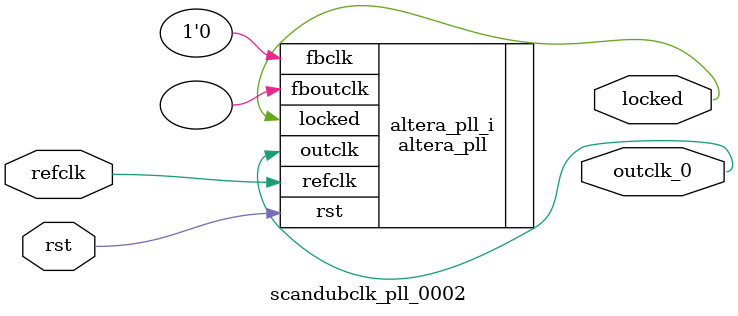
<source format=v>
`timescale 1ns/10ps
module  scandubclk_pll_0002(

	// interface 'refclk'
	input wire refclk,

	// interface 'reset'
	input wire rst,

	// interface 'outclk0'
	output wire outclk_0,

	// interface 'locked'
	output wire locked
);

	altera_pll #(
		.fractional_vco_multiplier("false"),
		.reference_clock_frequency("50.0 MHz"),
		.operation_mode("direct"),
		.number_of_clocks(1),
		.output_clock_frequency0("32.000000 MHz"),
		.phase_shift0("0 ps"),
		.duty_cycle0(50),
		.output_clock_frequency1("0 MHz"),
		.phase_shift1("0 ps"),
		.duty_cycle1(50),
		.output_clock_frequency2("0 MHz"),
		.phase_shift2("0 ps"),
		.duty_cycle2(50),
		.output_clock_frequency3("0 MHz"),
		.phase_shift3("0 ps"),
		.duty_cycle3(50),
		.output_clock_frequency4("0 MHz"),
		.phase_shift4("0 ps"),
		.duty_cycle4(50),
		.output_clock_frequency5("0 MHz"),
		.phase_shift5("0 ps"),
		.duty_cycle5(50),
		.output_clock_frequency6("0 MHz"),
		.phase_shift6("0 ps"),
		.duty_cycle6(50),
		.output_clock_frequency7("0 MHz"),
		.phase_shift7("0 ps"),
		.duty_cycle7(50),
		.output_clock_frequency8("0 MHz"),
		.phase_shift8("0 ps"),
		.duty_cycle8(50),
		.output_clock_frequency9("0 MHz"),
		.phase_shift9("0 ps"),
		.duty_cycle9(50),
		.output_clock_frequency10("0 MHz"),
		.phase_shift10("0 ps"),
		.duty_cycle10(50),
		.output_clock_frequency11("0 MHz"),
		.phase_shift11("0 ps"),
		.duty_cycle11(50),
		.output_clock_frequency12("0 MHz"),
		.phase_shift12("0 ps"),
		.duty_cycle12(50),
		.output_clock_frequency13("0 MHz"),
		.phase_shift13("0 ps"),
		.duty_cycle13(50),
		.output_clock_frequency14("0 MHz"),
		.phase_shift14("0 ps"),
		.duty_cycle14(50),
		.output_clock_frequency15("0 MHz"),
		.phase_shift15("0 ps"),
		.duty_cycle15(50),
		.output_clock_frequency16("0 MHz"),
		.phase_shift16("0 ps"),
		.duty_cycle16(50),
		.output_clock_frequency17("0 MHz"),
		.phase_shift17("0 ps"),
		.duty_cycle17(50),
		.pll_type("General"),
		.pll_subtype("General")
	) altera_pll_i (
		.rst	(rst),
		.outclk	({outclk_0}),
		.locked	(locked),
		.fboutclk	( ),
		.fbclk	(1'b0),
		.refclk	(refclk)
	);
endmodule


</source>
